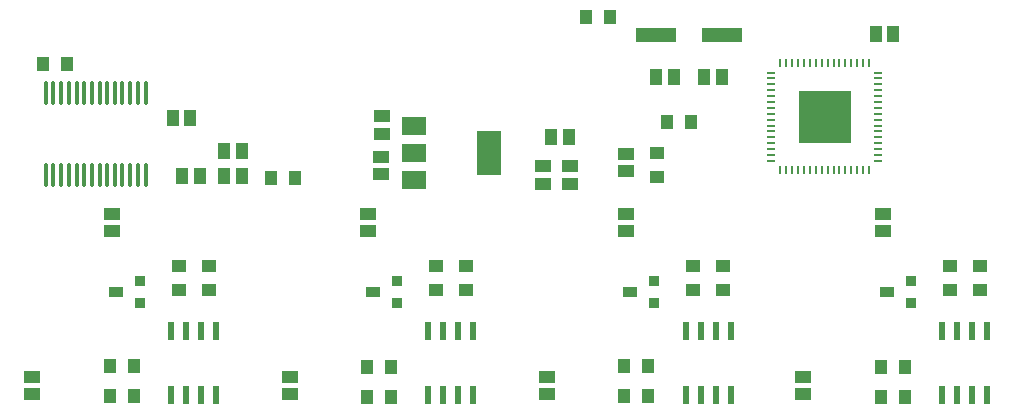
<source format=gtp>
%FSTAX23Y23*%
%MOIN*%
%SFA1B1*%

%IPPOS*%
%ADD10R,0.043310X0.055120*%
%ADD11R,0.055120X0.043310*%
%ADD12R,0.079000X0.059000*%
%ADD13R,0.079000X0.150000*%
%ADD14R,0.040000X0.050000*%
%ADD15R,0.137800X0.047240*%
%ADD16R,0.050000X0.036000*%
%ADD17R,0.036000X0.036000*%
%ADD18R,0.050000X0.040000*%
%ADD19R,0.023620X0.061020*%
%ADD20O,0.013780X0.082680*%
%ADD21R,0.177160X0.177160*%
%ADD22O,0.009840X0.029530*%
%ADD23O,0.029530X0.009840*%
%LNboard_pcb-1*%
%LPD*%
G54D10*
X02806Y02724D03*
X02865D03*
X03889Y03069D03*
X03948D03*
X03217Y02925D03*
X03158D03*
X03316D03*
X03375D03*
X01545Y02789D03*
X01604D03*
X01576Y02597D03*
X01635D03*
X01775Y0268D03*
X01716D03*
X01775Y02597D03*
X01716D03*
G54D11*
X0278Y02628D03*
Y02569D03*
X03058Y0267D03*
Y02611D03*
X02869Y02628D03*
Y02569D03*
X02241Y02601D03*
Y0266D03*
X01342Y0247D03*
Y02411D03*
X01078Y01868D03*
Y01927D03*
X02198Y0247D03*
Y02411D03*
X01935Y01868D03*
Y01927D03*
X03912Y02411D03*
Y0247D03*
X03648Y01927D03*
Y01868D03*
X02792Y01927D03*
Y01868D03*
X03056Y02411D03*
Y0247D03*
X02242Y02796D03*
Y02737D03*
G54D12*
X02351Y02581D03*
Y02672D03*
Y02763D03*
G54D13*
X02599Y02672D03*
G54D14*
X03193Y02776D03*
X03273D03*
X01194Y02968D03*
X01114D03*
X01337Y01862D03*
X01417D03*
X01337Y01962D03*
X01417D03*
X02193Y0196D03*
X02273D03*
X02193Y0186D03*
X02273D03*
X0305Y01962D03*
X0313D03*
X0305Y01862D03*
X0313D03*
X03907Y0196D03*
X03987D03*
X03907Y0186D03*
X03987D03*
X01953Y02588D03*
X01873D03*
X03004Y03124D03*
X02924D03*
G54D15*
X03375Y03067D03*
X03158D03*
G54D16*
X01357Y0221D03*
X02213D03*
X0307D03*
X03927D03*
G54D17*
X01437Y02172D03*
Y02247D03*
X02293Y02172D03*
Y02247D03*
X0315D03*
Y02172D03*
X04007Y02247D03*
Y02172D03*
G54D18*
X01666Y02217D03*
Y02297D03*
X01566Y02217D03*
Y02297D03*
X02523Y02217D03*
Y02297D03*
X02423Y02217D03*
Y02297D03*
X04136D03*
Y02217D03*
X0338Y02297D03*
Y02217D03*
X04236Y02297D03*
Y02217D03*
X0328Y02297D03*
Y02217D03*
X03159Y02593D03*
Y02673D03*
G54D19*
X04111Y01866D03*
X04161D03*
X04211D03*
X04261D03*
Y02078D03*
X04211D03*
X04161D03*
X04111D03*
X03255Y01866D03*
X03305D03*
X03355D03*
X03405D03*
Y02078D03*
X03355D03*
X03305D03*
X03255D03*
X02398D03*
X02448D03*
X02498D03*
X02548D03*
Y01866D03*
X02498D03*
X02448D03*
X02398D03*
X01541Y02078D03*
X01591D03*
X01641D03*
X01691D03*
Y01866D03*
X01641D03*
X01591D03*
X01541D03*
G54D20*
X01123Y026D03*
X01148D03*
X01174D03*
X01199D03*
X01225D03*
X0125D03*
X01276D03*
X01302D03*
X01327D03*
X01353D03*
X01378D03*
X01404D03*
X0143D03*
X01455D03*
X01123Y02872D03*
X01148D03*
X01174D03*
X01199D03*
X01225D03*
X0125D03*
X01276D03*
X01302D03*
X01327D03*
X01353D03*
X01378D03*
X01404D03*
X0143D03*
X01455D03*
G54D21*
X03719Y02793D03*
G54D22*
X03571Y02971D03*
X03591D03*
X03611D03*
X0363D03*
X0365D03*
X0367D03*
X03689D03*
X03709D03*
X03729D03*
X03749D03*
X03768D03*
X03788D03*
X03808D03*
X03827D03*
X03847D03*
X03867D03*
Y02615D03*
X03847D03*
X03827D03*
X03808D03*
X03788D03*
X03768D03*
X03749D03*
X03729D03*
X03709D03*
X03689D03*
X0367D03*
X0365D03*
X0363D03*
X03611D03*
X03591D03*
X03571D03*
G54D23*
X03897Y0294D03*
Y02921D03*
Y02901D03*
Y02881D03*
Y02862D03*
Y02842D03*
Y02822D03*
Y02803D03*
Y02783D03*
Y02763D03*
Y02744D03*
Y02724D03*
Y02704D03*
Y02685D03*
Y02665D03*
Y02645D03*
X03541D03*
Y02665D03*
Y02685D03*
Y02704D03*
Y02724D03*
Y02744D03*
Y02763D03*
Y02783D03*
Y02803D03*
Y02822D03*
Y02842D03*
Y02862D03*
Y02881D03*
Y02901D03*
Y02921D03*
Y0294D03*
M02*
</source>
